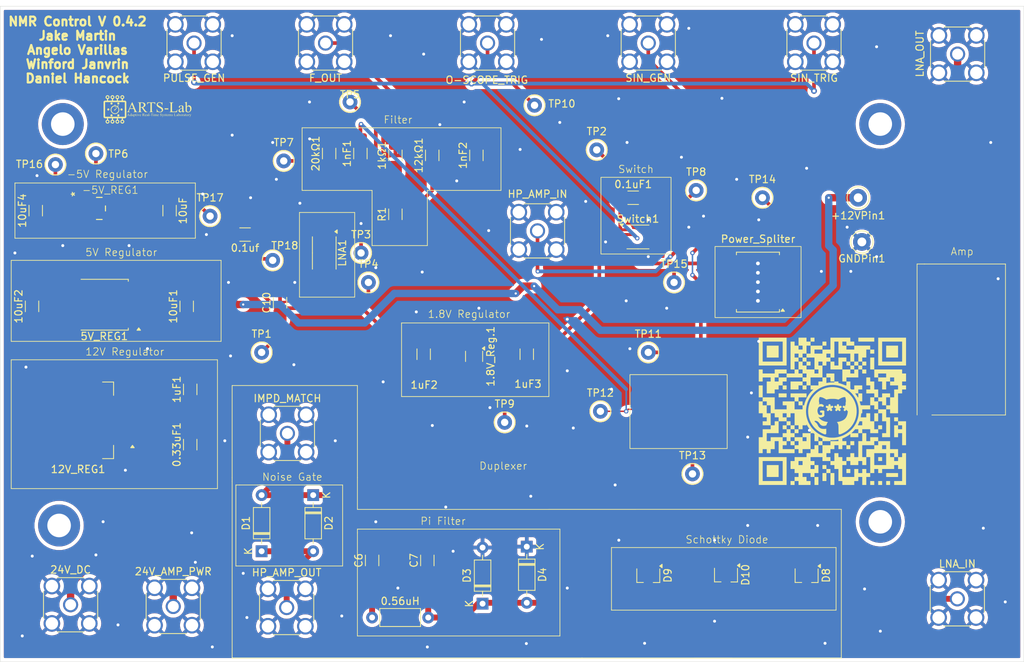
<source format=kicad_pcb>
(kicad_pcb (version 20240108) (generator "pcbnew") (generator_version "8.0")
  (layers (0 "F.Cu" signal) (31 "B.Cu" signal) (34 "B.Paste" user) (35 "F.Paste" user) (36 "B.SilkS" user "B.Silkscreen") (37 "F.SilkS" user "F.Silkscreen") (38 "B.Mask" user) (39 "F.Mask" user) (44 "Edge.Cuts" user))
  (net 0 "")
  (net 1 "Net-(+12VPin1-In)")
  (net 2 "Net-(-5V_REG1-OUT)")
  (net 3 "GND")
  (net 4 "Net-(-5V_REG1-C1+)")
  (net 5 "Net-(-5V_REG1-V+)")
  (net 6 "Net-(12V_REG1-VI)")
  (net 7 "Net-(D1-A)")
  (net 8 "Net-(D10-common)")
  (net 9 "Net-(Mixer1-IF)")
  (net 10 "Net-(LNA1-+IN1)")
  (net 11 "Net-(J12-In)")
  (net 12 "Net-(D1-K)")
  (net 13 "Net-(J4-In)")
  (net 14 "Net-(J9-In)")
  (net 15 "Net-(J10-In)")
  (net 16 "Net-(J11-In)")
  (net 17 "Net-(LNA1--IN1)")
  (net 18 "Net-(LNA1--IN2)")
  (net 19 "Net-(LNA1-OUT1)")
  (net 20 "Net-(Mixer1-LO)")
  (net 21 "Net-(PWRSplitter1-PORT2)")
  (net 26 "Net-(-5V_REG1-C1-)")
  (net 27 "Net-(1.8V_Reg.1-OUT)")
  (footprint "V 0.4.2 Footprints:CustomR" (layer "F.Cu") (at 130.75 93.5 180)
    (property "Reference" "0.1uf")
    (property "Value" "0.1μF")
  )
  (footprint "Connector_Coaxial:SMA_Amphenol_132134_Vertical" (layer "F.Cu") (at 107.061 143.764)
    (property "Reference" "24V_DC")
    (property "Value" "24V DC")
  )
  (footprint "V 0.4.2 Footprints:CustomR" (layer "F.Cu") (at 123.3 114.525 90)
    (property "Reference" "1uF1")
    (property "Value" "1μF")
  )
  (footprint "V 0.4.2 Footprints:CustomR" (layer "F.Cu") (at 151.1625 82.75 90)
    (property "Reference" "1kΩ1")
    (property "Value" "1kΩ")
  )
  (footprint "V 0.4.2 Footprints:Switch" (layer "F.Cu") (at 184.1 93.825)
    (property "Reference" "Switch1")
    (property "Value" "ADG901BRMZ")
  )
  (footprint "V 0.4.2 Footprints:CustomR" (layer "F.Cu") (at 155.5 137.75 90)
    (property "Reference" "C7")
    (property "Value" "C15")
  )
  (footprint "Connector_Coaxial:SMA_Amphenol_132134_Vertical" (layer "F.Cu") (at 121 144)
    (property "Reference" "24V_AMP_PWR")
    (property "Value" "24V Amp")
  )
  (footprint "MountingHole:MountingHole_3.2mm_M3_ISO7380_Pad" (layer "F.Cu") (at 217 78.5)
    (property "Reference" "REF**" (hide yes))
    (property "Value" "Mount")
  )
  (footprint "V 0.4.2 Footprints:CustomR" (layer "F.Cu") (at 135.5 102.75 90)
    (property "Reference" "C10")
    (property "Value" "0.1μF")
  )
  (footprint "TestPoint:TestPoint_Keystone_5000-5004_Miniature" (layer "F.Cu") (at 126 91)
    (property "Reference" "TP17")
    (property "Value" "TestPoint")
  )
  (footprint "V 0.4.2 Footprints:CustomR" (layer "F.Cu") (at 155 109.75 90)
    (property "Reference" "1uF2")
    (property "Value" "1μF")
  )
  (footprint "V 0.4.2 Footprints:CustomR" (layer "F.Cu") (at 156.1625 82.75 90)
    (property "Reference" "12kΩ1")
    (property "Value" "12kΩ")
  )
  (footprint "V 0.4.2 Footprints:CustomR" (layer "F.Cu") (at 122.825 103.25 90)
    (property "Reference" "10uF1")
    (property "Value" "10μF")
  )
  (footprint "TestPoint:TestPoint_Keystone_5000-5004_Miniature" (layer "F.Cu") (at 136 83.5)
    (property "Reference" "TP7")
    (property "Value" "TestPoint")
  )
  (footprint "V 0.4.2 Footprints:1.8VReg" (layer "F.Cu") (at 161.85 110.04 -90)
    (property "Reference" "1.8V_Reg.1")
    (property "Value" "NCP715-1.8V")
  )
  (footprint "Connector_Coaxial:SMA_Amphenol_132134_Vertical" (layer "F.Cu") (at 170.46 93 180)
    (property "Reference" "HP_AMP_IN")
    (property "Value" "Sine Out")
  )
  (footprint "Diode_THT:D_DO-35_SOD27_P7.62mm_Horizontal" (layer "F.Cu") (at 140 128.88 -90)
    (property "Reference" "D2")
    (property "Value" "1N4148")
  )
  (footprint "MountingHole:MountingHole_3.2mm_M3_ISO7380_Pad" (layer "F.Cu") (at 105.5 133)
    (property "Reference" "REF**" (hide yes))
    (property "Value" "Mount")
  )
  (footprint "V 0.4.2 Footprints:CustomR" (layer "F.Cu") (at 169 109.75 90)
    (property "Reference" "1uF3")
    (property "Value" "1μF")
  )
  (footprint "MountingHole:MountingHole_3.2mm_M3_ISO7380_Pad" (layer "F.Cu") (at 106 78.5)
    (property "Reference" "REF**" (hide yes))
    (property "Value" "Mount")
  )
  (footprint "V 0.4.2 Footprints:QR_Code" (layer "F.Cu") (at 210.5 117.5)
    (property "Reference" "G***")
    (property "Value" "LOGO" (hide yes))
  )
  (footprint "Diode_THT:D_DO-35_SOD27_P7.62mm_Horizontal" (layer "F.Cu") (at 133 136.5 90)
    (property "Reference" "D1")
    (property "Value" "1N4148")
  )
  (footprint "Inductor_THT:L_Axial_L5.3mm_D2.2mm_P7.62mm_Horizontal_Vishay_IM-1" (layer "F.Cu") (at 148 145.5)
    (property "Reference" "0.56uH")
    (property "Value" "L")
  )
  (footprint "Connector_Coaxial:SMA_Amphenol_132134_Vertical" (layer "F.Cu") (at 185.5 67.5 180)
    (property "Reference" "SIN_GEN")
    (property "Value" "SPI In")
  )
  (footprint "V 0.4.2 Footprints:CustomR" (layer "F.Cu") (at 142.1625 82.5 90)
    (property "Reference" "20kΩ1")
    (property "Value" "20kΩ")
  )
  (footprint "V 0.4.2 Footprints:5VReg2" (layer "F.Cu") (at 111.585 103.025 180)
    (property "Reference" "5V_REG1")
    (property "Value" "NCP1117-5.0_TO252")
  )
  (footprint "TestPoint:TestPoint_Keystone_5000-5004_Miniature" (layer "F.Cu") (at 146.5 96)
    (property "Reference" "TP3")
    (property "Value" "TestPoint")
  )
  (footprint "TestPoint:TestPoint_Keystone_5000-5004_Miniature" (layer "F.Cu") (at 191.5 126)
    (property "Reference" "TP13")
    (property "Value" "TestPoint")
  )
  (footprint "Connector_Coaxial:SMA_Amphenol_132134_Vertical" (layer "F.Cu") (at 163.675 67.5 180)
    (property "Reference" "O-SCOPE_TRIG")
    (property "Value" "Trig Out")
  )
  (footprint "Diode_THT:D_DO-35_SOD27_P7.62mm_Horizontal" (layer "F.Cu") (at 169 135.88 -90)
    (property "Reference" "D4")
    (property "Value" "1N4148")
  )
  (footprint "V 0.4.2 Footprints:Mf05A" (layer "F.Cu") (at 110.9579 89.9525)
    (property "Reference" "-5V_REG1")
    (property "Value" "LM828M5")
  )
  (footprint "Library:ARTS" (layer "F.Cu") (at 117.5 76.5)
    (property "Reference" "G***" (hide yes))
    (property "Value" "LOGO" (hide yes))
  )
  (footprint "V 0.4.2 Footprints:CustomR" (layer "F.Cu") (at 151.1625 90.75 90)
    (property "Reference" "R1")
    (property "Value" "100kΩ")
  )
  (footprint "Connector_Coaxial:SMA_Amphenol_132134_Vertical" (layer "F.Cu") (at 141.675 67.5 180)
    (property "Reference" "F_OUT")
    (property "Value" "Output Function")
  )
  (footprint "V 0.4.2 Footprints:CustomR" (layer "F.Cu") (at 123.3 122.025 90)
    (property "Reference" "0.33uF1")
    (property "Value" "0.33μF")
  )
  (footprint "Connector_Coaxial:SMA_Amphenol_132134_Vertical" (layer "F.Cu") (at 227.5 69 180)
    (property "Reference" "LNA_OUT")
    (property "Value" "Mix RF")
  )
  (footprint "V 0.4.2 Footprints:CustomR" (layer "F.Cu") (at 146.4125 82.5 90)
    (property "Reference" "1nF1")
    (property "Value" "1nF")
  )
  (footprint "Package_TO_SOT_SMD:TSOT-23_HandSoldering" (layer "F.Cu") (at 207 139.79 -90)
    (property "Reference" "D8")
    (property "Value" "D_Schottky_Dual_Series_AKC")
  )
  (footprint "Connector_Coaxial:SMA_Amphenol_132134_Vertical" (layer "F.Cu") (at 227.46 142.96)
    (property "Reference" "LNA_IN")
    (property "Value" "Output")
  )
  (footprint "Connector_Pin:Pin_D1.0mm_L10.0mm_LooseFit" (layer "F.Cu") (at 214.5 94.5)
    (property "Reference" "GNDPin1")
    (property "Value" "Conn_Coaxial")
  )
  (footprint "V 0.4.2 Footprints:Mini-Circuits_CD636_LandPatternPL-035" (layer "F.Cu") (at 200.385 99.96)
    (property "Reference" "Power_Spliter")
    (property "Value" "ADP-2-1W")
  )
  (footprint "TestPoint:TestPoint_Keystone_5000-5004_Miniature" (layer "F.Cu") (at 192 87.5)
    (property "Reference" "TP8")
    (property "Value" "TestPoint")
  )
  (footprint "TestPoint:TestPoint_Keystone_5000-5004_Miniature" (layer "F.Cu") (at 110.5 82.5)
    (property "Reference" "TP6")
    (property "Value" "TestPoint")
  )
  (footprint "TestPoint:TestPoint_Keystone_5000-5004_Miniature" (layer "F.Cu") (at 166 119)
    (property "Reference" "TP9")
    (property "Value" "TestPoint")
  )
  (footprint "TestPoint:TestPoint_Keystone_5000-5004_Miniature" (layer "F.Cu") (at 185.5 109.5)
    (property "Reference" "TP11")
    (property "Value" "TestPoint")
  )
  (footprint "Connector_Coaxial:SMA_Amphenol_132134_Vertical" (layer "F.Cu") (at 208 67.5 180)
    (property "Reference" "SIN_TRIG")
    (property "Value" "Sine Wave")
  )
  (footprint "V 0.4.2 Footprints:CustomR" (layer "F.Cu") (at 120.5 90.25 -90)
    (property "Reference" "10uF")
    (property "Value" "10μF")
  )
  (footprint "TestPoint:TestPoint_Keystone_5000-5004_Miniature" (layer "F.Cu") (at 178.5 82)
    (property "Reference" "TP2")
    (property "Value" "TestPoint")
  )
  (footprint "Connector_Coaxial:SMA_Amphenol_132134_Vertical" (layer "F.Cu") (at 136.5 120.5)
    (property "Reference" "IMPD_MATCH")
    (property "Value" "Imped Match")
  )
  (footprint "TestPoint:TestPoint_Keystone_5000-5004_Miniature" (layer "F.Cu") (at 170.053 75.946)
    (property "Reference" "TP10")
    (property "Value" "TestPoint")
  )
  (footprint "TestPoint:TestPoint_Keystone_5000-5004_Miniature" (layer "F.Cu") (at 145 75.5)
    (property "Reference" "TP5")
    (property "Value" "TestPoint")
  )
  (footprint "MountingHole:MountingHole_3.2mm_M3_ISO7380_Pad" (layer "F.Cu") (at 217 132.5)
    (property "Reference" "REF**" (hide yes))
    (property "Value" "Mount")
  )
  (footprint "Connector_Coaxial:SMA_Amphenol_132134_Vertical" (layer "F.Cu") (at 136.398 144.145)
    (property "Reference" "HP_AMP_OUT")
    (property "Value" "Input 1")
  )
  (footprint "Connector_Coaxial:SMA_Amphenol_132134_Vertical" (layer "F.Cu") (at 123.825 67.5 180)
    (property "Reference" "PULSE_GEN")
    (property "Value" "Pulse Wave")
  )
  (footprint "Diode_THT:D_DO-35_SOD27_P7.62mm_Horizontal" (layer "F.Cu") (at 163 143.62 90)
    (property "Reference" "D3")
    (property "Value" "1N4148")
  )
  (footprint "V 0.4.2 Footprints:CustomR" (layer "F.Cu") (at 148 137.75 90)
    (property "Reference" "C6")
    (property "Value" "C14")
  )
  (footprint "Connector_Pin:Pin_D1.0mm_L10.0mm_LooseFit" (layer "F.Cu") (at 214 88.5)
    (property "Reference" "+12VPin1")
    (property "Value" "Conn_Coaxial")
  )
  (footprint "V 0.4.2 Footprints:LNA" (layer "F.Cu") (at 141.5 96 -90)
    (property "Reference" "LNA1")
    (property "Value" "LM4565")
  )
  (footprint "Package_TO_SOT_SMD:TSOT-23_HandSoldering" (layer "F.Cu") (at 185.5 139.79 -90)
    (property "Reference" "D9")
    (property "Value" "D_Schottky_Dual_Series_AKC")
  )
  (footprint "TestPoint:TestPoint_Keystone_5000-5004_Miniature" (layer "F.Cu") (at 134.5 97)
    (property "Reference" "TP18")
    (property "Value" "TestPoint")
  )
  (footprint "TestPoint:TestPoint_Keystone_5000-5004_Miniature" (layer "F.Cu") (at 147.5 100)
    (property "Reference" "TP4")
    (property "Value" "TestPoint")
  )
  (footprint "TestPoint:TestPoint_Keystone_5000-5004_Miniature" (layer "F.Cu") (at 179 117.5)
    (property "Reference" "TP12")
    (property "Value" "TestPoint")
  )
  (footprint "Package_TO_SOT_SMD:TSOT-23_HandSoldering" (layer "F.Cu") (at 196.05 139.71 -90)
    (property "Reference" "D10")
    (property "Value" "D_Schottky_Dual_Series_AKC")
  )
  (footprint "TestPoint:TestPoint_Keystone_5000-5004_Miniature" (layer "F.Cu") (at 201 88.5)
    (property "Reference" "TP14")
    (property "Value" "TestPoint")
  )
  (footprint "V 0.4.2 Footprints:CustomR" (layer "F.Cu") (at 102.325 90.25 90)
    (property "Reference" "10uF4")
    (property "Value" "10μF")
  )
  (footprint "V 0.4.2 Footprints:CustomR" (layer "F.Cu") (at 101.825 103.25 90)
    (property "Reference" "10uF2")
    (property "Value" "10μF")
  )
  (footprint "V 0.4.2 Footprints:CustomR" (layer "F.Cu") (at 183.45 88.5)
    (property "Reference" "0.1uF1")
    (property "Value" "0.1μF")
  )
  (footprint "TestPoint:TestPoint_Keystone_5000-5004_Miniature" (layer "F.Cu") (at 133 109.5)
    (property "Reference" "TP1")
    (property "Value" "TestPoint")
  )
  (footprint "V 0.4.2 Footprints:CustomR" (layer "F.Cu") (at 162.1625 82.75 90)
    (property "Reference" "1nF2")
    (property "Value" "1nF")
  )
  (footprint "TestPoint:TestPoint_Keystone_5000-5004_Miniature" (layer "F.Cu") (at 105 84)
    (property "Reference" "TP16")
    (property "Value" "TestPoint")
  )
  (footprint "TestPoint:TestPoint_Keystone_5000-5004_Miniature" (layer "F.Cu") (at 189 100)
    (property "Reference" "TP15")
    (property "Value" "TestPoint")
  )
  (footprint "V 0.4.2 Footprints:5VReg" (layer "F.Cu") (at 108.075 118.725 180)
    (property "Reference" "12V_REG1")
    (property "Value" "LM7812_TO220")
  )
  (gr_line (start 211 136) (end 211 144.5) (stroke (width 0.1)) (layer "F.SilkS"))
  (gr_line (start 124 86.5) (end 99.5 86.5) (stroke (width 0.1)) (layer "F.SilkS"))
  (gr_rect (start 194.564 95.123) (end 206.248 104.775) (stroke (width 0.1)) (fill none) (layer "F.SilkS"))
  (gr_line (start 146 148) (end 146 134) (stroke (width 0.1)) (layer "F.SilkS"))
  (gr_line (start 129.5 138.5) (end 144 138.5) (stroke (width 0.1)) (layer "F.SilkS"))
  (gr_line (start 138.1375 102) (end 145.6375 102) (stroke (width 0.1)) (layer "F.SilkS"))
  (gr_line (start 180.5 136) (end 211 136) (stroke (width 0.1)) (layer "F.SilkS"))
  (gr_line (start 127 110.5) (end 99 110.5) (stroke (width 0.1)) (layer "F.SilkS"))
  (gr_line (start 222 118) (end 222 97.5) (stroke (width 0.1)) (layer "F.SilkS"))
  (gr_line (start 165.5 87.5) (end 155.5 87.5) (stroke (width 0.1)) (layer "F.SilkS"))
  (gr_line (start 145.6375 102) (end 145.6375 90.5) (stroke (width 0.1)) (layer "F.SilkS"))
  (gr_line (start 99 110.5) (end 99 128) (stroke (width 0.1)) (layer "F.SilkS"))
  (gr_line (start 99.5 94) (end 124 94) (stroke (width 0.1)) (layer "F.SilkS"))
  (gr_line (start 155.5 95) (end 148 95) (stroke (width 0.1)) (layer "F.SilkS"))
  (gr_line (start 146 126.5) (end 146 130.813633) (stroke (width 0.1)) (layer "F.SilkS"))
  (gr_line (start 148 87.5) (end 139 87.5) (stroke (width 0.1)) (layer "F.SilkS"))
  (gr_line (start 138.5 79) (end 165.5 79) (stroke (width 0.1)) (layer "F.SilkS"))
  (gr_line (start 127 128) (end 127 110.5) (stroke (width 0.1)) (layer "F.SilkS"))
  (gr_line (start 138.1375 90.5) (end 138.1375 102) (stroke (width 0.1)) (layer "F.SilkS"))
  (gr_line (start 211 144.5) (end 181 144.5) (stroke (width 0.1)) (layer "F.SilkS"))
  (gr_line (start 146 134) (end 146 133.5) (stroke (width 0.1)) (layer "F.SilkS"))
  (gr_line (start 155.5 87.5) (end 155.5 95) (stroke (width 0.1)) (layer "F.SilkS"))
  (gr_line (start 173.5 148) (end 146 148) (stroke (width 0.1)) (layer "F.SilkS"))
  (gr_line (start 139 87.5) (end 138.5 87.5) (stroke (width 0.1)) (layer "F.SilkS"))
  (gr_line (start 129 114) (end 146 114) (stroke (width 0.1)) (layer "F.SilkS"))
  (gr_line (start 144 138.5) (end 144 127.5) (stroke (width 0.1)) (layer "F.SilkS"))
  (gr_line (start 129 126.5) (end 129 114) (stroke (width 0.1)) (layer "F.SilkS"))
  (gr_line (start 138.5 87.5) (end 138.5 79) (stroke (width 0.1)) (layer "F.SilkS"))
  (gr_line (start 222 97.5) (end 223 97.5) (stroke (width 0.1)) (layer "F.SilkS"))
  (gr_line (start 152 105.5) (end 152 115.5) (stroke (width 0.1)) (layer "F.SilkS"))
  (gr_line (start 234 118) (end 224 118) (stroke (width 0.1)) (layer "F.SilkS"))
  (gr_line (start 99.5 86.5) (end 99.5 94) (stroke (width 0.1)) (layer "F.SilkS"))
  (gr_line (start 180.5 144.5) (end 180.5 136) (stroke (width 0.1)) (layer "F.SilkS"))
  (gr_line (start 129.5 127.5) (end 129.5 138.5) (stroke (width 0.1)) (layer "F.SilkS"))
  (gr_line (start 223 97.5) (end 234 97.5) (stroke (width 0.1)) (layer "F.SilkS"))
  (gr_line (start 130 127.5) (end 129.5 127.5) (stroke (width 0.1)) (layer "F.SilkS"))
  (gr_line (start 129 126.5) (end 129 127) (stroke (width 0.1)) (layer "F.SilkS"))
  (gr_line (start 144 127.5) (end 130 127.5) (stroke (width 0.1)) (layer "F.SilkS"))
  (gr_line (start 127.5 108) (end 127.5 97) (stroke (width 0.1)) (layer "F.SilkS"))
  (gr_line (start 172 115.5) (end 172 105.5) (stroke (width 0.1)) (layer "F.SilkS"))
  (gr_line (start 234 97.5) (end 234 118) (stroke (width 0.1)) (layer "F.SilkS"))
  (gr_line (start 99 128) (end 127 128) (stroke (width 0.1)) (layer "F.SilkS"))
  (gr_line (start 146 133.5) (end 173.5 133.5) (stroke (width 0.1)) (layer "F.SilkS"))
  (gr_line (start 146 114) (end 146 126.5) (stroke (width 0.1)) (layer "F.SilkS"))
  (gr_line (start 152 115.5) (end 172 115.5) (stroke (width 0.1)) (layer "F.SilkS"))
  (gr_line (start 124 94) (end 124 86.5) (stroke (width 0.1)) (layer "F.SilkS"))
  (gr_rect (start 183.007 112.522) (end 196.215 122.555) (stroke (width 0.1)) (fill none) (layer "F.SilkS"))
  (gr_line (start 211.709 151.004597) (end 176.5 151) (stroke (width 0.1)) (layer "F.SilkS"))
  (gr_line (start 211.709 130.81) (end 211.709 151.004597) (stroke (width 0.1)) (layer "F.SilkS"))
  (gr_line (start 129 151) (end 176.5 151) (stroke (width 0.1)) (layer "F.SilkS"))
  (gr_line (start 148 95) (end 148 87.5) (stroke (width 0.1)) (layer "F.SilkS"))
  (gr_line (start 165.5 79) (end 165.5 87.5) (stroke (width 0.1)) (layer "F.SilkS"))
  (gr_line (start 146 130.813633) (end 211.709 130.81) (stroke (width 0.1)) (layer "F.SilkS"))
  (gr_line (start 145.6375 90.5) (end 138.1375 90.5) (stroke (width 0.1)) (layer "F.SilkS"))
  (gr_line (start 127.5 97) (end 99 97) (stroke (width 0.1)) (layer "F.SilkS"))
  (gr_rect (start 179.07 85.725) (end 188.595 96.139) (stroke (width 0.1)) (fill none) (layer "F.SilkS"))
  (gr_line (start 172 105.5) (end 152 105.5) (stroke (width 0.1)) (layer "F.SilkS"))
  (gr_line (start 99 97) (end 99 108) (stroke (width 0.1)) (layer "F.SilkS"))
  (gr_line (start 99 108) (end 127.5 108) (stroke (width 0.1)) (layer "F.SilkS"))
  (gr_line (start 181 144.5) (end 180.5 144.5) (stroke (width 0.1)) (layer "F.SilkS"))
  (gr_line (start 173.5 133.5) (end 173.5 148) (stroke (width 0.1)) (layer "F.SilkS"))
  (gr_line (start 129 127) (end 129 151) (stroke (width 0.1)) (layer "F.SilkS"))
  (gr_rect (start 97.5 62.5) (end 236.5 151.5) (stroke (width 0.05)) (fill none) (layer "Edge.Cuts"))
  (gr_text "Switch" (at 181.356 85.217 0) (layer "F.SilkS") (effects (font (size 1 1) (thickness 0.1)) (justify left bottom)))
  (gr_text "5V Regulator\n" (at 109 96.5 0) (layer "F.SilkS") (effects (font (size 1 1) (thickness 0.1)) (justify left bottom)))
  (gr_text "Amp\n\n" (at 226.5 98 0) (layer "F.SilkS") (effects (font (size 1 1) (thickness 0.1)) (justify left bottom)))
  (gr_text "Noise Gate\n" (at 133 127 0) (layer "F.SilkS") (effects (font (size 1 1) (thickness 0.1)) (justify left bottom)))
  (gr_text "Duplexer" (at 162.5 125.5 0) (layer "F.SilkS") (effects (font (size 1 1) (thickness 0.1)) (justify left bottom)))
  (gr_text "Schottky Diode" (at 190.5 135.5 0) (layer "F.SilkS") (effects (font (size 1 1) (thickness 0.1)) (justify left bottom)))
  (gr_text "NMR Control V 0.4.2\nJake Martin\nAngelo Varillas\nWinford Janvrin\nDaniel Hancock" (at 108 73 0) (layer "F.SilkS") (effects (font (size 1.2 1.2) (thickness 0.3) (bold yes)) (justify bottom)))
  (gr_text "1.8V Regulator\n\n" (at 155.5 106.5 0) (layer "F.SilkS") (effects (font (size 1 1) (thickness 0.1)) (justify left bottom)))
  (gr_text "Filter\n" (at 149.5 78.5 0) (layer "F.SilkS") (effects (font (size 1 1) (thickness 0.1)) (justify left bottom)))
  (gr_text "-5V Regulator\n\n" (at 106.5 87.5 0) (layer "F.SilkS") (effects (font (size 1 1) (thickness 0.1)) (justify left bottom)))
  (gr_text "12V Regulator\n" (at 109 110 0) (layer "F.SilkS") (effects (font (size 1 1) (thickness 0.1)) (justify left bottom)))
  (gr_text "Pi Filter\n" (at 154.5 133 0) (layer "F.SilkS") (effects (font (size 1 1) (thickness 0.1)) (justify left bottom)))
  (segment (start 122.825 105) (end 121.31 105) (width 1) (layer "F.Cu") (net 1))
  (segment (start 121.31 105) (end 117.055 100.745) (width 1) (layer "F.Cu") (net 1))
  (segment (start 210 88.5) (end 214 88.5) (width 1) (layer "F.Cu") (net 1))
  (segment (start 123.21 116.185) (end 123.3 116.275) (width 0.2) (layer "F.Cu") (net 1))
  (segment (start 167.5 101.5) (end 168.5 100.5) (width 1) (layer "F.Cu") (net 1))
  (segment (start 116 116.185) (end 123.21 116.185) (width 1) (layer "F.Cu") (net 1))
  (segment (start 116 116.185) (end 122.825 109.36) (width 1) (layer "F.Cu") (net 1))
  (segment (start 125.5 99) (end 129.5 103) (width 1) (layer "F.Cu") (net 1))
  (segment (start 117.9 99.9) (end 118.8 99) (width 1) (layer "F.Cu") (net 1))
  (segment (start 122.825 109.36) (end 122.825 105) (width 1) (layer "F.Cu") (net 1))
  (segment (start 118.8 99) (end 125.5 99) (width 1) (layer "F.Cu") (net 1))
  (segment (start 168.5 100.5) (end 170 100.5) (width 1) (layer "F.Cu") (net 1))
  (segment (start 117.055 100.745) (end 117.9 99.9) (width 0.8) (layer "F.Cu") (net 1))
  (segment (start 129.5 103) (end 130.5 103) (width 1) (layer "F.Cu") (net 1))
  (via (at 130.5 103) (size 0.6) (drill 0.3) (layers "F.Cu" "B.Cu") (net 1))
  (via (at 210 88.5) (size 0.6) (drill 0.3) (layers "F.Cu" "B.Cu") (net 1))
  (via (at 170 100.5) (size 0.6) (drill 0.3) (layers "F.Cu" "B.Cu") (net 1))
  (via (at 167.5 101.5) (size 0.6) (drill 0.3) (layers "F.Cu" "B.Cu") (net 1))
  (segment (start 210.6 100.4) (end 210.6 95.6) (width 1) (layer "B.Cu") (net 1))
  (segment (start 210.6 95.6) (end 210 95) (width 1) (layer "B.Cu") (net 1))
  (segment (start 135.5 103) (end 130.5 103) (width 1) (layer "B.Cu") (net 1))
  (segment (start 167.5 101.5) (end 151 101.5) (width 1) (layer "B.Cu") (net 1))
  (segment (start 176.208 103.708) (end 179 106.5) (width 1) (layer "B.Cu") (net 1))
  (segment (start 147 105.5) (end 138 105.5) (width 1) (layer "B.Cu") (net 1))
  (segment (start 138 105.5) (end 135.5 103) (width 1) (layer "B.Cu") (net 1))
  (segment (start 179 106.5) (end 204.5 106.5) (width 1) (layer "B.Cu") (net 1))
  (segment (start 151 101.5) (end 147 105.5) (width 1) (layer "B.Cu") (net 1))
  (segment (start 173.208 103.708) (end 176.208 103.708) (width 1) (layer "B.Cu") (net 1))
  (segment (start 170 100.5) (end 173.208 103.708) (width 1) (layer "B.Cu") (net 1))
  (segment (start 210 95) (end 210 88.5) (width 1) (layer "B.Cu") (net 1))
  (segment (start 204.5 106.5) (end 210.6 100.4) (width 1) (layer "B.Cu") (net 1))
  (segment (start 105 87.85) (end 105 84) (width 0.5) (layer "F.Cu") (net 2))
  (segment (start 105.325 89) (end 105.325 88.175) (width 0.5) (layer "F.Cu") (net 2))
  (segment (start 105.325 88.175) (end 105 87.85) (width 0.5) (layer "F.Cu") (net 2))
  (segment (start 132.5 93.5) (end 139.7125 93.5) (width 0.5) (layer "F.Cu") (net 2))
  (segment (start 110.9579 87.4579) (end 110.5 87) (width 0.5) (layer "F.Cu") (net 2))
  (segment (start 109.4158 89) (end 110.4579 87.9579) (width 0.5) (layer "F.Cu") (net 2))
  (segment (start 139.7125 93.5) (end 140.525 92.6875) (width 0.4) (layer "F.Cu") (net 2))
  (segment (start 126.05 87.05) (end 132.5 93.5) (width 0.5) (layer "F.Cu") (net 2))
  (segment (start 105.325 89) (end 109.4158 89) (width 0.5) (layer "F.Cu") (net 2))
  (segment (start 102.325 92) (end 105.325 89) (width 0.5) (layer "F.Cu") (net 2))
  (segment (start 110.4579 87.9579) (end 110.9579 87.4579) (width 0.5) (layer "F.Cu") (net 2))
  (segment (start 110.9579 87.4579) (end 111.3658 87.05) (width 0.5) (layer "F.Cu") (net 2))
  (segment (start 110.5 87) (end 110.5 82.5) (width 0.5) (layer "F.Cu") (net 2))
  (segment (start 111.3658 87.05) (end 126.05 87.05) (width 0.5) (layer "F.Cu") (net 2))
  (segment (start 186.5 94.1375) (end 186.5 94.8) (width 0.2) (layer "F.Cu") (net 3))
  (segment (start 161.85 108.5) (end 161.85 104.15) (width 0.5) (layer "F.Cu") (net 3))
  (segment (start 180.05 94.15) (end 179.7 94.5) (width 0.5) (layer "F.Cu") (net 3))
  (segment (start 139.8375 100) (end 140.525 99.3125) (width 0.5) (layer "F.Cu") (net 3))
  (segment (start 137.5 100) (end 139.8375 100) (width 0.5) (layer "F.Cu") (net 3))
  (segment (start 161.85 104.15) (end 162.5 103.5) (width 0.2) (layer "F.Cu") (net 3))
  (segment (start 181.7 94.15) (end 180.05 94.15) (width 0.4) (layer "F.Cu") (net 3))
  (segment (start 214.5 94.5) (end 216.5 96.5) (width 0.2) (layer "F.Cu") (net 3))
  (segment (start 214.5 94.5) (end 212.5 92.5) (width 0.2) (layer "F.Cu") (net 3))
  (segment (start 186.5 93.5) (end 186.5 94.1375) (width 0.2) (layer "F.Cu") (net 3))
  (via (at 171 67) (size 0.8) (drill 0.4) (layers "F.Cu" "B.Cu") (net 3))
  (via (at 129 80) (size 0.8) (drill 0.4) (layers "F.Cu" "B.Cu") (net 3))
  (via (at 191 65.5) (size 0.8) (drill 0.4) (layers "F.Cu" "B.Cu") (net 3))
  (via (at 194.5 135) (size 0.8) (drill 0.4) (layers "F.Cu" "B.Cu") (net 3))
  (via (at 216.5 96.5) (size 0.8) (drill 0.4) (layers "F.Cu" "B.Cu") (net 3))
  (via (at 175.317396 119.769059) (size 0.8) (drill 0.4) (layers "F.Cu" "B.Cu") (net 3))
  (via (at 110.5 137) (size 0.8) (drill 0.4) (layers "F.Cu" "B.Cu") (net 3))
  (via (at 134.5 81) (size 0.8) (drill 0.4) (layers "F.Cu" "B.Cu") (net 3))
  (via (at 155.5 149.5) (size 0.8) (drill 0.4) (layers "F.Cu" "B.Cu") (net 3))
  (via (at 174.5 105) (size 0.8) (drill 0.4) (layers "F.Cu" "B.Cu") (net 3))
  (via (at 117.5 109) (size 0.8) (drill 0.4) (layers "F.Cu" "B.Cu") (net 3))
  (via (at 143 121.5) (size 0.8) (drill 0.4) (layers "F.Cu" "B.Cu") (net 3))
  (via (at 181 127.5) (size 0.8) (drill 0.4) (layers "F.Cu" "B.Cu") (net 3))
  (via (at 154 104) (size 0.8) (drill 0.4) (layers "F.Cu" "B.Cu") (net 3))
  (via (at 159 136.5) (size 0.8) (drill 0.4) (layers "F.Cu" "B.Cu") (net 3))
  (via (at 125.5 93.5) (size 0.8) (drill 0.4) (layers "F.Cu" "B.Cu") (net 3))
  (via (at 174.5 112) (size 0.8) (drill 0.4) (layers "F.Cu" "B.Cu") (net 3))
  (via (at 124 138) (size 0.8) (drill 0.4) (layers "F.Cu" "B.Cu") (net 3))
  (via (at 146.5 92) (size 0.8) (drill 0.4) (layers "F.Cu" "B.Cu") (net 3))
  (via (at 174.5 141.5) (size 0.8) (drill 0.4) (layers "F.Cu" "B.Cu") (net 3))
  (via (at 99.5 96) (size 0.8) (drill 0.4) (layers "F.Cu" "B.Cu") (net 3))
  (via (at 173.483495 78.277049) (size 0.8) (drill 0.4) (layers "F.Cu" "B.Cu") (net 3))
  (via (at 100.5 148) (size 0.8) (drill 0.4) (layers "F.Cu" "B.Cu") (net 3))
  (via (at 208.5 133) (size 0.8) (drill 0.4) (layers "F.Cu" "B.Cu") (net 3))
  (via (at 164 117) (size 0.8) (drill 0.4) (layers "F.Cu" "B.Cu") (net 3))
  (via (at 114.5 125.5) (size 0.8) (drill 0.4) (layers "F.Cu" "B.Cu") (net 3))
  (via (at 137.5 100) (size 0.8) (drill 0.4) (layers "F.Cu" "B.Cu") (net 3))
  (via (at 163.83 92.964) (size 0.8) (drill 0.4) (layers "F.Cu" "B.Cu") (net 3))
  (via (at 185.5 96.5) (size 0.8) (drill 0.4) (layers "F.Cu" "B.Cu") (net 3))
  (via (at 155 69) (size 0.8) (drill 0.4) (layers "F.Cu" "B.Cu") (net 3))
  (via (at 137.378569 111.172648) (size 0.8) (drill 0.4) (layers "F.Cu" "B.Cu") (net 3))
  (via (at 217.006986 147.353986) (size 0.8) (drill 0.4) (layers "F.Cu" "B.Cu") (net 3))
  (via (at 148.5 132.5) (size 0.8) (drill 0.4) (layers "F.Cu" "B.Cu") (net 3))
  (via (at 168.943498 149.035062) (size 0.8) (drill 0.4) (layers "F.Cu" "B.Cu") (net 3))
  (via (at 151.5 141.5) (size 0.8) (drill 0.4) (layers "F.Cu" "B.Cu") (net 3))
  (via (at 101 111.5) (size 0.8) (drill 0.4) (layers "F.Cu" "B.Cu") (net 3))
  (via (at 185 149) (size 0.8) (drill 0.4) (layers "F.Cu" "B.Cu") (net 3))
  (via (at 160.5 75.5) (size 0.8) (drill 0.4) (layers "F.Cu" "B.Cu") (net 3))
  (via (at 181.483 75.057) (size 0.8) (drill 0.4) (layers "F.Cu" "B.Cu") (net 3))
  (via (at 180 66.5) (size 0.8) (drill 0.4) (layers "F.Cu" "B.Cu") (net 3))
  (via (at 209.5 149) (size 0.8) (drill 0.4) (layers "F.Cu" "B.Cu") (net 3))
  (via (at 130.5 139.5) (size 0.8) (drill 0.4) (layers "F.Cu" "B.Cu") (net 3))
  (via (at 113.5 146.5) (size 0.8) (drill 0.4) (layers "F.Cu" "B.Cu") (net 3))
  (via (at 129 66.5) (size 0.8) (drill 0.4) (layers "F.Cu" "B.Cu") (net 3))
  (via (at 138.194902 89.247445) (size 0.8) (drill 0.4) (layers "F.Cu" "B.Cu") (net 3))
  (via (at 150.5 66.5) (size 0.8) (drill 0.4) (layers "F.Cu" "B.Cu") (net 3))
  (via (at 230.990481 133.370491) (size 0.8) (drill 0.4) (layers "F.Cu" "B.Cu") (net 3))
  (via (at 139.5 75.5) (size 0.8) (drill 0.4) (layers "F.Cu" "B.Cu") (net 3))
  (via (at 194.5 146) (size 0.8) (drill 0.4) (layers "F.Cu" "B.Cu") (net 3))
  (via (at 209 98.5) (size 0.8) (drill 0.4) (layers "F.Cu" "B.Cu") (net 3))
  (via (at 115 95) (size 0.8) (drill 0.4) (layers "F.Cu" "B.Cu") (net 3))
  (via (at 188 103.5) (size 0.8) (drill 0.4) (layers "F.Cu" "B.Cu") (net 3))
  (via (at 216.5 68) (size 0.8) (drill 0.4) (layers "F.Cu" "B.Cu") (net 3))
  (via (at 177 89) (size 0.8) (drill 0.4) (layers "F.Cu" "B.Cu") (net 3))
  (via (at 157.196503 78.57238) (size 0.8) (drill 0.4) (layers "F.Cu" "B.Cu") (net 3))
  (via (at 182.616059 80.994891) (size 0.8) (drill 0.4) (layers "F.Cu" "B.Cu") (net 3))
  (via (at 233.97057 143.380534) (size 0.8) (drill 0.4) (layers "F.Cu" "B.Cu") (net 3))
  (via (at 135 86) (size 0.8) (drill 0.4) (layers "F.Cu" "B.Cu") (net 3))
  (via (at 128 121.5) (size 0.8) (drill 0.4) (layers "F.Cu" "B.Cu") (net 3))
  (via (at 195.5 75) (size 0.8) (drill 0.4) (layers "F.Cu" "B.Cu") (net 3))
  (via (at 199.5 115) (size 0.8) (drill 0.4) (layers "F.Cu" "B.Cu") (net 3))
  (via (at 162.5 103.5) (size 0.8) (drill 0.4) (layers "F.Cu" "B.Cu") (net 3))
  (via (at 200.5 108) (size 0.8) (drill 0.4) (layers "F.Cu" "B.Cu") (net 3))
  (via (at 185.5 91.5) (size 0.8) (drill 0.4) (layers "F.Cu" "B.Cu") (net 3))
  (via (at 159.48888 86.213634) (size 0.8) (drill 0.4) (layers "F.Cu" "B.Cu") (net 3))
  (via (at 199 121) (size 0.8) (drill 0.4) (layers "F.Cu" "B.Cu") (net 3))
  (via (at 207 84.5) (size 0.8) (drill 0.4) (layers "F.Cu" "B.Cu") (net 3))
  (via (at 190 83) (size 0.8) (drill 0.4) (layers "F.Cu" "B.Cu") (net 3))
  (via (at 125 88) (size 0.8) (drill 0.4) (layers "F.Cu" "B.Cu") (net 3))
  (via (at 169.545 129.032) (size 0.8) (drill 0.4) (layers "F.Cu" "B.Cu") (net 3))
  (via (at 207.379006 120.074709) (size 0.8) (drill 0.4) (layers "F.Cu" "B.Cu") (net 3))
  (via (at 179.7 94.5) (size 0.8) (drill 0.4) (layers "F.Cu" "B.Cu") (net 3))
  (via (at 102.5 85.5) (size 0.8) (drill 0.4) (layers "F.Cu" "B.Cu") (net 3))
  (via (at 139.519735 80.508165) (size 0.8) (drill 0.4) (layers "F.Cu" "B.Cu") (net 3))
  (via (at 131.5 88.5) (size 0.8) (drill 0.4) (layers "F.Cu" "B.Cu") (net 3))
  (via (at 232 81) (size 0.8) (drill 0.4) (layers "F.Cu" "B.Cu") (net 3))
  (via (at 101.854 137.16) (size 0.8) (drill 0.4) (layers "F.Cu" "B.Cu") (net 3))
  (via (at 128.778 109.982) (size 0.8) (drill 0.4) (layers "F.Cu" "B.Cu") (net 3))
  (via (at 191 92.5) (size 0.8) (drill 0.4) (layers "F.Cu" "B.Cu") (net 3))
  (via (at 213 98.5) (size 0.8) (drill 0.4) (layers "F.Cu" "B.Cu") (net 3))
  (via (at 128.5 100) (size 0.8) (drill 0.4) (layers "F.Cu" "B.Cu") (net 3))
  (via (at 106 95) (size 0.8) (drill 0.4) (layers "F.Cu" "B.Cu") (net 3))
  (via (at 183 109) (size 0.8) (drill 0.4) (layers "F.Cu" "B.Cu") (net 3))
  (via (at 168.09641 81.944851) (size 0.8) (drill 0.4) (layers "F.Cu" "B.Cu") (net 3))
  (via (at 197.5 86) (size 0.8) (drill 0.4) (layers "F.Cu" "B.Cu") (net 3))
  (via (at 200.5 91.5) (size 0.8) (drill 0.4) (layers "F.Cu" "B.Cu") (net 3))
  (via (at 212.5 92.5) (size 0.8) (drill 0.4) (layers "F.Cu" "B.Cu") (net 3))
  (via (at 181.5 135) (size 0.8) (drill 0.4) (layers "F.Cu" "B.Cu") (net 3))
  (via (at 182.5 102.5) (size 0.8) (drill 0.4) (layers "F.Cu" "B.Cu") (net 3))
  (via (at 123.5 134) (size 0.8) (drill 0.4) (layers "F.Cu" "B.Cu") (net 3))
  (via (at 131 145.5) (size 0.8) (drill 0.4) (layers "F.Cu" "B.Cu") (net 3))
  (via (at 143.880184 145.290848) (size 0.8) (drill 0.4) (layers "F.Cu" "B.Cu") (net 3))
  (via (at 158 130.5) (size 0.8) (drill 0.4) (layers "F.Cu" "B.Cu") (net 3))
  (via (at 148.5 98) (size 0.8) (drill 0.4) (layers "F.Cu" "B.Cu") (net 3))
  (via (at 154.802244 98.592466) (size 0.8) (drill 0.4) (layers "F.Cu" "B.Cu") (net 3))
  (via (at 214.867435 141.623046) (size 0.8) (drill 0.4) (layers "F.Cu" "B.Cu") (net 3))
  (via (at 169 119.5) (size 0.8) (drill 0.4) (layers "F.Cu" "B.Cu") (net 3))
  (via (at 199 133) (size 0.8) (drill 0.4) (layers "F.Cu" "B.Cu") (net 3))
  (via (at 111.474717 132.491747) (size 0.8) (drill 0.4) (layers "F.Cu" "B.Cu") (net 3))
  (via (at 149.5 113.5) (size 0.8) (drill 0.4) (layers "F.Cu" "B.Cu") (net 3))
  (via (at 233 99.5) (size 0.8) (drill 0.4) (layers "F.Cu" "B.Cu") (net 3))
  (via (at 180.5 114.5) (size 0.8) (drill 0.4) (layers "F.Cu" "B.Cu") (net 3))
  (via (at 193 91) (size 0.8) (drill 0.4) (layers "F.Cu" "B.Cu") (net 3))
  (via (at 156.176054 119.425202) (size 0.8) (drill 0.4) (layers "F.Cu" "B.Cu") (net 3))
  (via (at 126.3053 149.493537) (size 0.8) (drill 0.4) (layers "F.Cu" "B.Cu") (net 3))
  (segment (start 120 89) (end 120.5 88.5) (width 0.2) (layer "F.Cu") (net 4))
  (segment (start 117 89) (end 118.5 89) (width 0.5) (layer "F.Cu") (net 4))
  (segment (start 124 89) (end 126 91) (width 0.5) (layer "F.Cu") (net 4))
  (segment (start 112.5 89) (end 117 89) (width 0.5) (layer "F.Cu") (net 4))
  (segment (start 118.5 89) (end 124 89) (width 0.5) (layer "F.Cu") (net 4))
  (segment (start 118.5 89) (end 120 89) (width 0.5) (layer "F.Cu") (net 4))
  (segment (start 129 97.5) (end 107.8579 97.5) (width 0.5) (layer "F.Cu") (net 5))
  (segment (start 139.605588 103.5) (end 142.475 100.630588) (width 0.5) (layer "F.Cu") (net 5))
  (segment (start 107.8579 98.9671) (end 107.8579 97.5) (width 0.8) (layer "F.Cu") (net 5))
  (segment (start 135 105) (end 135 103.5) (width 0.2) (layer "F.Cu") (net 5))
  (segment (start 103.8 103.025) (end 101.825 105) (width 0.8) (layer "F.Cu") (net 5))
  (segment (start 155.08 111.58) (end 155 111.5) (width 0.2) (layer "F.Cu") (net 5))
  (segment (start 107.8579 97.5) (end 107.8579 90.0256) (width 0.8) (layer "F.Cu") (net 5))
  (segment (start 107.931 89.9525) (end 109.4158 89.9525) (width 0.8) (layer "F.Cu") (net 5))
  (segment (start 142.475 100.630588) (end 142.475 99.3125) (width 0.5) (layer "F.Cu") (net 5))
  (segment (start 135 105) (end 136.5 103.5) (width 0.5) (layer "F.Cu") (net 5))
  (segment (start 136.5 103.5) (end 139.605588 103.5) (width 0.5) (layer "F.Cu") (net 5))
  (segment (start 154.375 111.5) (end 155 111.5) (width 0.2) (layer "F.Cu") (net 5))
  (segment (start 135.5 107) (end 133 109.5) (width 0.5) (layer "F.Cu") (net 5))
  (segment (start 107.8579 90.0256) (end 107.931 89.9525) (width 0.8) (layer "F.Cu") (net 5))
  (segment (start 146.33125 103.16875) (end 147.5 102) (width 0.5) (layer "F.Cu") (net 5))
  (segment (start 142.475 99.3125) (end 146.33125 103.16875) (width 0.5) (layer "F.Cu") (net 5))
  (segment (start 146.33125 103.16875) (end 154.6625 111.5) (width 0.5) (layer "F.Cu") (net 5))
  (segment (start 135 103.5) (end 129 97.5) (width 0.5) (layer "F.Cu") (net 5))
  (segment (start 161.2 111.58) (end 155.08 111.58) (width 0.5) (layer "F.Cu") (net 5))
  (segment (start 154.6625 111.5) (end 155 111.5) (width 0.2) (layer "F.Cu") (net 5))
  (segment (start 101.825 105) (end 107.8579 98.9671) (width 0.8) (layer "F.Cu") (net 5))
  (segment (start 110.325 103.025) (end 103.8 103.025) (width 0.8) (layer "F.Cu") (net 5))
  (segment (start 147.5 102) (end 147.5 100) (width 0.5) (layer "F.Cu") (net 5))
  (segment (start 135.5 104.5) (end 135.5 107) (width 0.5) (layer "F.Cu") (net 5))
  (segment (start 116 121.265) (end 116.55 121.815) (width 0.8) (layer "F.Cu") (net 6))
  (segment (start 116 121.265) (end 116.735 121.265) (width 0.8) (layer "F.Cu") (net 6))
  (segment (start 116.55 135.985) (end 114.435 138.1) (width 1) (layer "F.Cu") (net 6))
  (segment (start 121 144) (end 121 126.265) (width 1) (layer "F.Cu") (net 6))
  (segment (start 116.735 121.265) (end 119.245 123.775) (width 0.8) (layer "F.Cu") (net 6))
  (segment (start 116.55 121.815) (end 116.55 135.985) (width 1) (layer "F.Cu") (net 6))
  (segment (start 121 126.265) (end 116 121.265) (width 1) (layer "F.Cu") (net 6))
  (segment (start 107.061 140.939) (end 107.061 143.764) (width 1) (layer "F.Cu") (net 6))
  (segment (start 114.435 138.1) (end 109.9 138.1) (width 1) (layer "F.Cu") (net 6))
  (segment (start 109.9 138.1) (end 107.061 140.939) (width 1) (layer "F.Cu") (net 6))
  (segment (start 119.245 123.775) (end 123.3 123.775) (width 1) (layer "F.Cu") (net 6))
  (segment (start 140 128.88) (end 143.88 128.88) (width 0.8) (layer "F.Cu") (net 7))
  (segment (start 144 138) (end 145.5 139.5) (width 0.8) (layer "F.Cu") (net 7))
  (segment (start 143.88 128.88) (end 144 129) (width 0.8) (layer "F.Cu") (net 7))
  (segment (start 145.5 139.5) (end 148 139.5) (width 0.8) (layer "F.Cu") (net 7))
  (segment (start 136.5 125.38) (end 133 128.88) (width 0.8) (layer "F.Cu") (net 7))
  (segment (start 133 128.88) (end 140 128.88) (width 0.8) (layer "F.Cu") (net 7))
  (segment (start 136.5 125.38) (end 136.5 120.5) (width 0.8) (layer "F.Cu") (net 7))
  (segment (start 144 129) (end 144 138) (width 0.8) (layer "F.Cu") (net 7))
  (segment (start 148 145.5) (end 148 139.5) (width 0.8) (layer "F.Cu") (net 7))
  (segment (start 207 141.5) (end 196.13 141.5) (width 0.8) (layer "F.Cu") (net 8))
  (segment (start 207 141.5) (end 210 144.5) (width 0.8) (layer "F.Cu") (net 8))
  (segment (start 169 143.5) (end 163.12 143.5) (width 0.8) (layer "F.Cu") (net 8))
  (segment (start 196.13 141.5) (end 196.05 141.42) (width 0.8) (layer "F.Cu") (net 8))
  (segment (start 155.62 140.12) (end 155 139.5) (width 0.8) (layer "F.Cu") (net 8))
  (segment (start 160.5 145.5) (end 155.62 145.5) (width 0.8) (layer "F.Cu") (net 8))
  (segment (start 163 143.62) (end 162.38 143.62) (width 0.8) (layer "F.Cu") (net 8))
  (segment (start 163.12 143.5) (end 163 143.62) (width 0.8) (layer "F.Cu") (net 8))
  (segment (start 196.05 141.42) (end 185.58 141.42) (width 0.8) (layer "F.Cu") (net 8))
  (segment (start 211.54 142.96) (end 227.46 142.96) (width 0.8) (layer "F.Cu") (net 8))
  (segment (start 185.5 141.5) (end 183.5 143.5) (width 0.8) (layer "F.Cu") (net 8))
  (segment (start 162.38 143.62) (end 160.5 145.5) (width 0.8) (layer "F.Cu") (net 8))
  (segment (start 183.5 143.5) (end 169 143.5) (width 0.8) (layer "F.Cu") (net 8))
  (segment (start 210 144.5) (end 211.54 142.96) (width 0.8) (layer "F.Cu") (net 8))
  (segment (start 155.62 145.5) (end 155.62 140.12) (width 0.8) (layer "F.Cu") (net 8))
  (segment (start 185.58 141.42) (end 185.5 141.5) (width 0.8) (layer "F.Cu") (net 8))
  (segment (start 182.77 117.23) (end 182.5 117.5) (width 0.2) (layer "F.Cu") (net 9))
  (segment (start 146.4125 78.5875) (end 146.5 78.5) (width 0.2) (layer "F.Cu") (net 9))
  (segment (start 186.365 117.23) (end 182.77 117.23) (width 0.2) (layer "F.Cu") (net 9))
  (segment (start 146.4125 80.75) (end 146.4125 78.5875) (width 0.5) (layer "F.Cu") (net 9))
  (segment (start 182.5 117.5) (end 179 117.5) (width 0.2) (layer "F.Cu") (net 9))
  (via (at 182.5 117.5) (size 0.6) (drill 0.3) (layers "F.Cu" "B.Cu") (net 9))
  (via (at 146.5 78.5) (size 0.6) (drill 0.3) (layers "F.Cu" "B.Cu") (net 9))
  (segment (start 146.5 78.5) (end 182.5 114.5) (width 0.5) (layer "B.Cu") (net 9))
  (segment (start 182.5 114.5) (end 182.5 117.5) (width 0.2) (layer "B.Cu") (net 9))
  (segment (start 141.1875 92.6875) (end 141.1875 89.475) (width 0.4) (layer "F.Cu") (net 10))
  (segment (start 143.33125 87.33125) (end 146.4125 84.25) (width 0.5) (layer "F.Cu") (net 10))
  (segment (start 141.75 84.25) (end 141 83.5) (width 0.5) (layer "F.Cu") (net 10))
  (segment (start 142.1625 84.25) (end 141.75 84.25) (width 0.5) (layer "F.Cu") (net 10))
  (segment (start 141 83.5) (end 136 83.5) (width 0.5) (layer "F.Cu") (net 10))
  (segment (start 141.1875 89.475) (end 143.33125 87.33125) (width 0.5) (layer "F.Cu") (net 10))
  (segment (start 142.1625 84.25) (end 146.4125 84.25) (width 0.5) (layer "F.Cu") (net 10))
  (segment (start 148 71.597613) (end 148 69.5) (width 0.5) (layer "F.Cu") (net 11))
  (segment (start 148 69.5) (end 146 67.5) (width 0.5) (layer "F.Cu") (net 11))
  (segment (start 154.71 81) (end 154.71 78.307613) (width 0.5) (layer "F.Cu") (net 11))
  (segment (start 146 67.5) (end 141.675 67.5) (width 0.5) (layer "F.Cu") (net 11))
  (segment (start 154.71 78.307613) (end 148 71.597613) (width 0.5) (layer "F.Cu") (net 11))
  (segment (start 156.1625 81) (end 162.1625 81) (width 0.5) (layer "F.Cu") (net 11))
  (segment (start 156.1625 81) (end 154.71 81) (width 0.5) (layer "F.Cu") (net 11))
  (segment (start 140.04 136.54) (end 140 136.5) (width 0.2) (layer "F.Cu") (net 12))
  (segment (start 140 136.5) (end 136.398 140.102) (width 0.8) (layer "F.Cu") (net 12))
  (segment (start 140 136.5) (end 133 136.5) (width 0.8) (layer "F.Cu") (net 12))
  (segment (start 136.398 140.102) (end 136.398 144.145) (width 0.8) (layer "F.Cu") (net 12))
  (segment (start 161.5 73) (end 163.675 70.825) (width 0.5) (layer "F.Cu") (net 13))
  (segment (start 161.5 73) (end 167.107 73) (width 0.5) (layer "F.Cu") (net 13))
  (segment (start 181.7 93.5) (end 183.5 93.5) (width 0.4) (layer "F.Cu") (net 13))
  (segment (start 208 68) (end 208 74) (width 0.5) (layer "F.Cu") (net 13))
  (segment (start 167.107 73) (end 170.053 75.946) (width 0.5) (layer "F.Cu") (net 13))
  (segment (start 123.825 72.825) (end 123.825 67.5) (width 0.5) (layer "F.Cu") (net 13))
  (segment (start 183.5 93.5) (end 184 94) (width 0.5) (layer "F.Cu") (net 13))
  (segment (start 163.675 70.825) (end 163.675 67.5) (width 0.5) (layer "F.Cu") (net 13))
  (via (at 161.5 73) (size 0.8) (drill 0.4) (layers "F.Cu" "B.Cu") (net 13))
  (via (at 184 94) (size 0.6) (drill 0.3) (layers "F.Cu" "B.Cu") (net 13))
  (via (at 208 74) (size 0.8) (drill 0.4) (layers "F.Cu" "B.Cu") (net 13))
  (via (at 123.825 72.825) (size 0.8) (drill 0.4) (layers "F.Cu" "B.Cu") (net 13))
  (segment (start 207 73) (end 208 74) (width 0.5) (layer "B.Cu") (net 13))
  (segment (start 161.5 73) (end 207 73) (width 0.5) (layer "B.Cu") (net 13))
  (segment (start 124 73) (end 161.5 73) (width 0.5) (layer "B.Cu") (net 13))
  (segment (start 184 94) (end 163 73) (width 0.5) (layer "B.Cu") (net 13))
  (segment (start 163 73) (end 161.5 73) (width 0.5) (layer "B.Cu") (net 13))
  (segment (start 123.825 72.825) (end 124 73) (width 0.5) (layer "B.Cu") (net 13))
  (segment (start 170.46 93) (end 170.46 98.46) (width 0.5) (layer "F.Cu") (net 14))
  (segment (start 187.874999 91.475001) (end 188.024999 91.475001) (width 0.5) (layer "F.Cu") (net 14))
  (segment (start 187.730588 92.85) (end 186.5 92.85) (width 0.5) (layer "F.Cu") (net 14))
  (segment (start 189.5 95.5) (end 189.5 94.619412) (width 0.5) (layer "F.Cu") (net 14))
  (segment (start 170.46 98.46) (end 170.5 98.5) (width 0.2) (layer "F.Cu") (net 14))
  (segment (start 187.874999 91.475001) (end 186.5 92.85) (width 0.5) (layer "F.Cu") (net 14))
  (segment (start 188.5 96.5) (end 189.5 95.5) (width 0.5) (layer "F.Cu") (net 14))
  (segment (start 189.5 94.619412) (end 187.730588 92.85) (width 0.5) (layer "F.Cu") (net 14))
  (segment (start 188.024999 91.475001) (end 192 87.5) (width 0.5) (layer "F.Cu") (net 14))
  (via (at 170.5 98.5) (size 0.6) (drill 0.3) (layers "F.Cu" "B.Cu") (net 14))
  (via (at 188.5 96.5) (size 0.6) (drill 0.3) (layers "F.Cu" "B.Cu") (net 14))
  (segment (start 170.5 98.5) (end 186.5 98.5) (width 0.5) (layer "B.Cu") (net 14))
  (segment (start 186.5 98.5) (end 188.5 96.5) (width 0.5) (layer "B.Cu") (net 14))
  (segment (start 207 101) (end 207 91) (width 0.5) (layer "F.Cu") (net 15))
  (segment (start 207 91) (end 203.5 91) (width 0.5) (layer "F.Cu") (net 15))
  (segment (start 205.5 102.5) (end 207 101) (width 0.5) (layer "F.Cu") (net 15))
  (segment (start 207 91) (end 207 90.5) (width 0.5) (layer "F.Cu") (net 15))
  (segment (start 185.5 68) (end 185.5 67.3) (width 0.2) (layer "F.Cu") (net 15))
  (segment (start 203.5 91) (end 201 88.5) (width 0.5) (layer "F.Cu") (net 15))
  (segment (start 185.5 69.727387) (end 185.5 67.5) (width 0.5) (layer "F.Cu") (net 15))
  (segment (start 203.27 102.5) (end 205.5 102.5) (width 0.5) (layer "F.Cu") (net 15))
  (segment (start 207 90.5) (end 206.272613 90.5) (width 0.5) (layer "F.Cu") (net 15))
  (segment (start 206.272613 90.5) (end 185.5 69.727387) (width 0.5) (layer "F.Cu") (net 15))
  (segment (start 227.5 69) (end 227.5 89.4955) (width 1) (layer "F.Cu") (net 16))
  (segment (start 189.595 123) (end 186.365 119.77) (width 1) (layer "F.Cu") (net 16))
  (segment (start 227.5 89.4955) (end 193.9955 123) (width 1) (layer "F.Cu") (net 16))
  (segment (start 191.5 123) (end 189.595 123) (width 1) (layer "F.Cu") (net 16))
  (segment (start 191.5 123) (end 191.5 126) (width 0.5) (layer "F.Cu") (net 16))
  (segment (start 193.9955 123) (end 191.5 123) (width 1) (layer "F.Cu") (net 16))
  (segment (start 143.9125 89) (end 144.325001 89) (width 0.4) (layer "F.Cu") (net 17))
  (segment (start 151.1625 89) (end 151.1625 84.5) (width 0.5) (layer "F.Cu") (net 17))
  (segment (start 141.825 91.0875) (end 143.9125 89) (width 0.4) (layer "F.Cu") (net 17))
  (segment (start 148.5 79) (end 145 75.5) (width 0.5) (layer "F.Cu") (net 17))
  (segment (start 148.5 89) (end 148.5 79) (width 0.5) (layer "F.Cu") (net 17))
  (segment (start 141.825 92.6875) (end 141.825 91.0875) (width 0.4) (layer "F.Cu") (net 17))
  (segment (start 144.325001 89) (end 151.1625 89) (width 0.5) (layer "F.Cu") (net 17))
  (segment (start 141.825 99.3125) (end 141.1875 99.3125) (width 0.2) (layer "F.Cu") (net 18))
  (segment (start 156.1625 87.5) (end 156.1625 84.5) (width 0.5) (layer "F.Cu") (net 19))
  (segment (start 151.1625 92.5) (end 150.4625 91.8) (width 0.2) (layer "F.Cu") (net 19))
  (segment (start 142.9875 93.2) (end 146.5 93.2) (width 0.5) (layer "F.Cu") (net 19))
  (segment (start 142.475 92.6875) (end 142.9875 93.2) (width 0.4) (layer "F.Cu") (net 19))
  (segment (start 151.1625 92.5) (end 156.1625 87.5) (width 0.5) (layer "F.Cu") (net 19))
  (segment (start 146.5 93.2) (end 150.4625 93.2) (width 0.5) (layer "F.Cu") (net 19))
  (segment (start 150.4625 93.2) (end 151.1625 92.5) (width 0.2) (layer "F.Cu") (net 19))
  (segment (start 146.5 93.2) (end 146.5 96) (width 0.5) (layer "F.Cu") (net 19))
  (segment (start 192.635 114.69) (end 192.635 108.5) (width 0.5) (layer "F.Cu") (net 20))
  (segment (start 191 108.5) (end 190 109.5) (width 0.5) (layer "F.Cu") (net 20))
  (segment (start 192.635 108.5) (end 192.635 100.135) (width 0.5) (layer "F.Cu") (net 20))
  (segment (start 195 94.5) (end 200.35 94.5) (width 0.5) (layer "F.Cu") (net 20))
  (segment (start 200.35 94.5) (end 203.27 97.42) (width 0.5) (layer "F.Cu") (net 20))
  (segment (start 193 94.5) (end 195 94.5) (width 0.5) (layer "F.Cu") (net 20))
  (segment (start 192.635 108.5) (end 191 108.5) (width 0.5) (layer "F.Cu") (net 20))
  (segment (start 191.5 96) (end 193 94.5) (width 0.5) (layer "F.Cu") (net 20))
  (segment (start 192.635 100.135) (end 191.5 99) (width 0.5) (layer "F.Cu") (net 20))
  (segment (start 190 109.5) (end 185.5 109.5) (width 0.5) (layer "F.Cu") (net 20))
  (via (at 191.5 99) (size 0.6) (drill 0.3) (layers "F.Cu" "B.Cu") (net 20))
  (via (at 191.5 96) (size 0.6) (drill 0.3) (layers "F.Cu" "B.Cu") (net 20))
  (segment (start 191.5 99) (end 191.5 96) (width 0.2) (layer "B.Cu") (net 20))
  (segment (start 197.5 97.42) (end 189 97.42) (width 0.5) (layer "F.Cu") (net 21))
  (segment (start 184.32 97.42) (end 181.7 94.8) (width 0.5) (layer "F.Cu") (net 21))
  (segment (start 189 97.42) (end 189 100) (width 0.5) (layer "F.Cu") (net 21))
  (segment (start 189 97.42) (end 184.32 97.42) (width 0.5) (layer "F.Cu") (net 21))
  (segment (start 120.3 96.8) (end 134.3 96.8) (width 0.5) (layer "F.Cu") (net 26))
  (segment (start 117 93.5) (end 120.3 96.8) (width 0.5) (layer "F.Cu") (net 26))
  (segment (start 110.5108 92) (end 117 92) (width 0.5) (layer "F.Cu") (net 26))
  (segment (start 117 92) (end 120.5 92) (width 0.5) (layer "F.Cu") (net 26))
  (segment (start 109.4158 90.905) (end 110.5108 92) (width 0.5) (layer "F.Cu") (net 26))
  (segment (start 117 92) (end 117 93.5) (width 0.5) (layer "F.Cu") (net 26))
  (segment (start 109.095 90.905) (end 109 91) (width 0.2) (layer "F.Cu") (net 26))
  (segment (start 134.3 96.8) (end 134.5 97) (width 0.5) (layer "F.Cu") (net 26))
  (segment (start 109.095 90.905) (end 109.4158 90.905) (width 0.2) (layer "F.Cu") (net 26))
  (segment (start 166 111.58) (end 168.92 111.58) (width 0.5) (layer "F.Cu") (net 27))
  (segment (start 180.147918 92.85) (end 181.7 92.85) (width 0.5) (layer "F.Cu") (net 27))
  (segment (start 178.85 102.224999) (end 178.85 94.147918) (width 0.5) (layer "F.Cu") (net 27))
  (segment (start 169.574999 111.5) (end 169 111.5) (width 0.5) (layer "F.Cu") (net 27))
  (segment (start 178.85 102.224999) (end 169.574999 111.5) (width 0.5) (layer "F.Cu") (net 27))
  (segment (start 166 111.58) (end 166 119) (width 0.5) (layer "F.Cu") (net 27))
  (segment (start 181.7 85.2) (end 178.5 82) (width 0.5) (layer "F.Cu") (net 27))
  (segment (start 178.85 94.147918) (end 180.147918 92.85) (width 0.5) (layer "F.Cu") (net 27))
  (segment (start 168.92 111.58) (end 169 111.5) (width 0.2) (layer "F.Cu") (net 27))
  (segment (start 181.7 92.85) (end 181.7 88.5) (width 0.5) (layer "F.Cu") (net 27))
  (segment (start 162.5 111.58) (end 166 111.58) (width 0.5) (layer "F.Cu") (net 27))
  (segment (start 181.7 88.5) (end 181.7 85.2) (width 0.5) (layer "F.Cu") (net 27))
  (zone (net 3) (net_name "GND") (layers "F&B.Cu") (connect_pads (clearance 0.5)) (min_thickness 0.25) (fill yes (thermal_gap 0.5) (thermal_bridge_width 0.5))
    (polygon (pts (xy 97.5 151.5) (xy 236.5 151.5) (xy 236.5 62.5) (xy 97.5 62.5)))
  )
)
</source>
